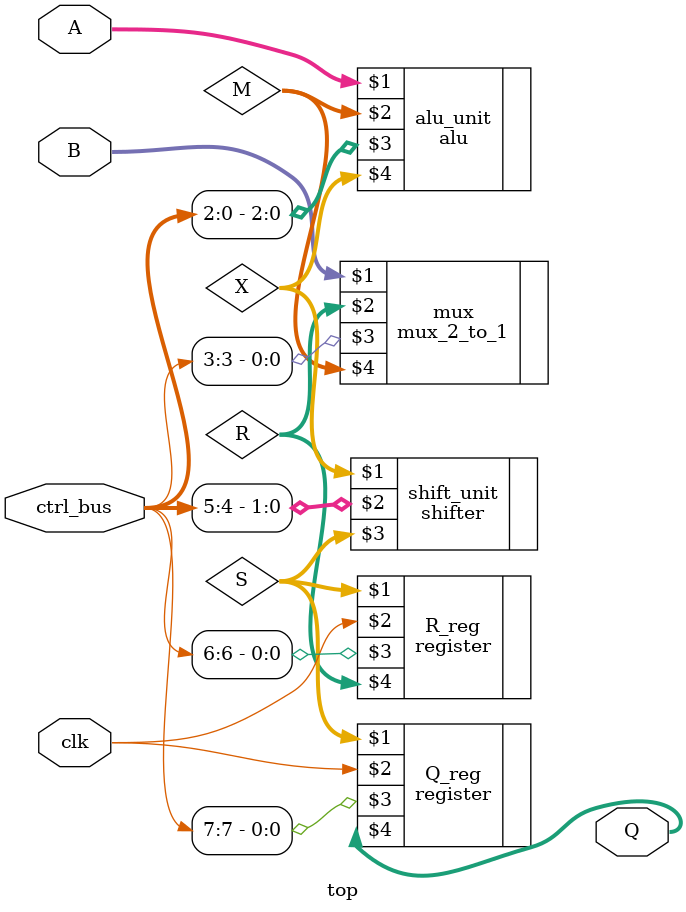
<source format=v>
module testbed;
	
	// input/output for the top module
	reg [8:0] A, B, ctrl_bus;
	reg clk;
	wire [8:0] Q;
	
	// instantiate top module
	top top_module(A, B, ctrl_bus, clk, Q);
	
	// give values for inputs to check the output in simulation
	initial
	begin
	
		// reset clock input 
		clk = 1'b0;
		
		// reset registers and put values to A and B
		ctrl_bus = 8'b11000000;
		A = 8'd8;
		B = 8'd5;		
		
		#10
		ctrl_bus = 8'b00000000;	// Q will get A
		
		#10
		ctrl_bus = 8'b00000001;	// Q will get A + B
		
	end
	
	// generate the clock signal with period 10	
	always
		#5 clk = ~clk;
	
endmodule


module top (A, B, ctrl_bus, clk, Q);
	
	// inputs
	input [8:0] A, B;
	input [8:0] ctrl_bus;
	input clk;
	
	// output
	output [8:0] Q;
	
	// internal wires
	wire [8:0] R, M, X, S;
	
	// instantiate modules needed for the design with proper connections
	register R_reg(S, clk, ctrl_bus[6], R);
	register Q_reg(S, clk, ctrl_bus[7], Q);
	mux_2_to_1 mux(B, R, ctrl_bus[3], M);
	alu alu_unit(A, M, ctrl_bus[2:0], X);
	shifter shift_unit(X, ctrl_bus[5:4], S);
	
endmodule
</source>
